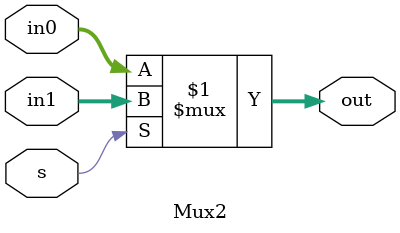
<source format=v>
module cpu(clk, reset, main, isr, read_data, mem_addr, mem_cmd, out, N, V, Z, w);
	input clk, reset, main, isr;
	// RAM i/o interface
	input [15:0] read_data;
	output wire [8:0] mem_addr;
	output wire [1:0] mem_cmd;
	// DE1-SoC output interface
	output wire [15:0] out;
	output wire N, V, Z, w;
	// Internal wiring between controller and IR 
	wire load_ir;
	// Wiring for PC and DA
	wire [8:0] pc_next0, pc_next1, nPC, PC, DA, lr;
	// Internal wiring between controller and PC
	wire reset_pc, isr_pc, tsel, rsel, execb, addr_sel, load_addr;
	// Internal wiring between controller and instruction decoder
	wire [1:0] op; 
	wire [2:0] opcode, nsel;
	// Internal wiring between controller and datapath
	wire write, asel, bsel, loada, loadb, loadc, loads; 
	wire [1:0] vsel;
	// Internal wiring between instruction decoder and datapath
	wire [1:0] shift, ALUop; 
	wire [2:0] writenum, readnum, cond;
	wire [15:0] ir_out, sximm8, sximm5;
	// Wiring for status flags
	wire [2:0] status_out;
	assign {V,N,Z} = status_out;
	// Instantiate controller
	controller CTRL(.clk(clk), .reset(reset), .isr(isr), .status(status_out), .cond(cond), .op(op), .opcode(opcode),
					.nsel(nsel), .vsel(vsel), .write(write), .asel(asel), .bsel(bsel), 
					.loada(loada), .loadb(loadb), .loadc(loadc), .loads(loads),
					.reset_pc(reset_pc), .isr_pc(isr_pc), .tsel(tsel), .rsel(rsel), .execb(execb), .addr_sel(addr_sel), .load_addr(load_addr),
					.mem_cmd(mem_cmd),
					.load_ir(load_ir),
					.w8(w));
	// Instantiate 16 bit IR with load enable
	Reg regIR(.clk(clk), .in(read_data), .load(load_ir), .out(ir_out));
	// Instantiate instruction decoder
	decoder ID(ir_out, nsel, opcode, op, writenum, readnum, shift, sximm8, sximm5, ALUop, cond);
	// Instantiate datapath
	datapath DP(.clk(clk), 
				// Register operand fetch stage
				.readnum(readnum), .loada(loada), .loadb(loadb), 
				// Execution stage
				.sximm5(sximm5), .opcode(opcode), .shift(shift), .asel(asel), .bsel(bsel), .ALUop(ALUop), .loadc(loadc), .loads(loads),
				// Register writeback stage
				.sximm8(sximm8), .vsel(vsel), .writenum(writenum), .write(write),
				// Program counter component
				.pc_out(PC),
				// RAM component
				.mdata(read_data),
				// Outputs
				.datapath_out(out), .status_out(status_out), .LR(lr));
				
	wire [8:0] pctgt, pcrel, pc1, pc, pc_isr, pc_main;
	// Add sximm8 to PC++
	assign pcrel = sximm8[8:0] + pc1;
	// P++
	assign pc1 = PC + 9'b1;
	// Update PC to ISR
	assign pc_isr = 9'b10011;
	// Update PC to main
	assign pc_main = 9'b1000;
	// Determine if PC should be incremented or updated to target branch
	wire load_pc = execb | rsel | tsel;
	// Instantiate function call support mux
	Mux2 #(9) muxFuncSupp(.in0(pcrel), .in1(lr), .out(pctgt), .s(tsel));
	// Instantiate set PC mux 
	Mux2 #(9) muxSetPC(.in0(pctgt), .in1(pc1), .out(pc), .s(rsel));
	// Instantiate reset PC mux
	Mux2 #(9) muxResetPC(.in0(pc), .in1(9'b0), .out(pc_next0), .s(reset_pc));
	// Instantiate interrupt PC mux
	Mux2 #(9) muxIsrPC(.in0(pc_next0), .in1(pc_isr), .out(pc_next1), .s(isr_pc));
	// Instantiate main PC mux
	Mux2 #(9) muxMainPC(.in0(pc_next1), .in1(pc_main), .out(nPC), .s(main));
	// Instantiate 9 bit PC with load enable
	Reg #(9) regPC(.clk(clk), .in(nPC), .load(load_pc), .out(PC));
	// Instantiate next address mux
	Mux2 #(9) muxAddr(.in0(DA), .in1(PC), .out(mem_addr), .s(addr_sel));
	// Instantiate 9 bit DA with load enable
	Reg #(9) regDA(.clk(clk), .in(out[8:0]), .load(load_addr), .out(DA));
endmodule

// 2 input n-bit wide mux with binary select	
module Mux2(in0, in1, out, s);	
	parameter n = 8;	
	input [n-1:0] in0, in1;	
	input s;	
	output [n-1:0] out;	
	// Mux logic: if s is 1 drive in1 to out else drive in0	
	wire [n-1:0] out = (s ? in1 : in0);	
endmodule
</source>
